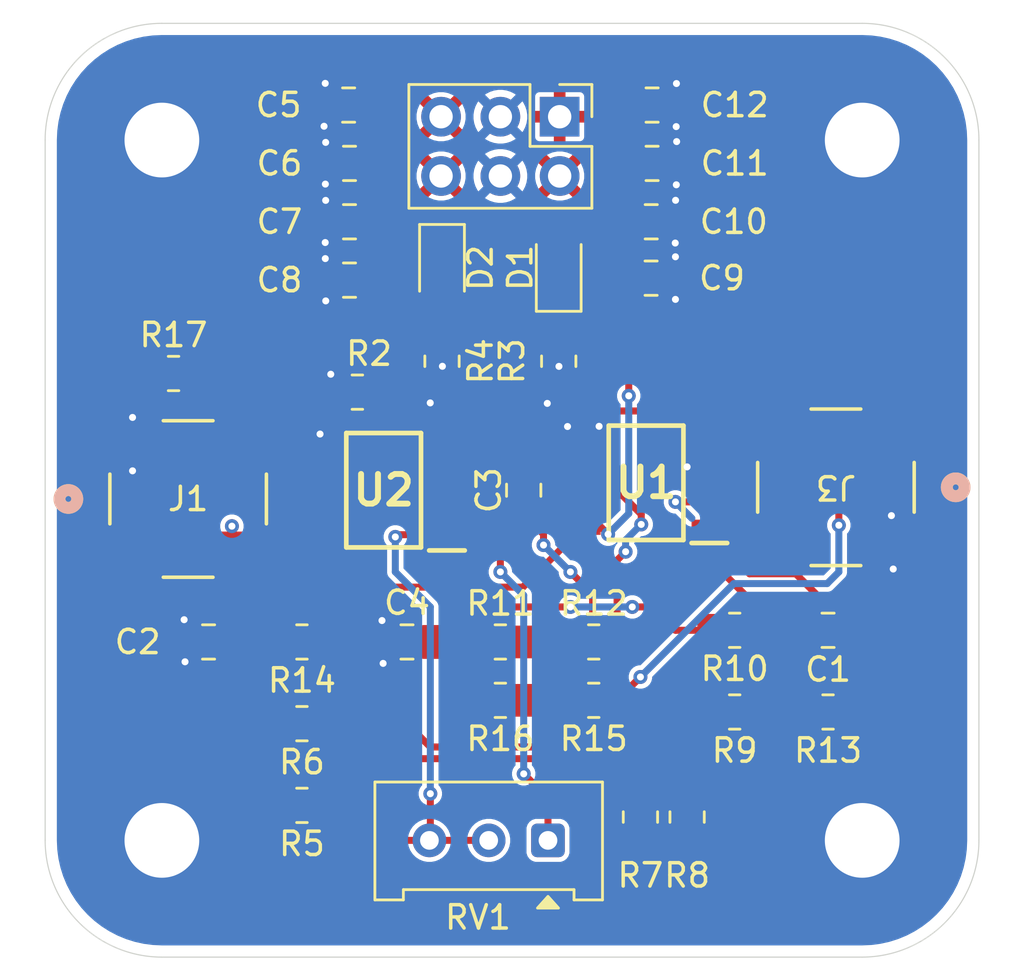
<source format=kicad_pcb>
(kicad_pcb (version 20241229) (generator "pcbnew") (generator_version "9.0")
  (layers (0 "F.Cu" signal) (2 "B.Cu" signal) (13 "F.Paste" user) (15 "B.Paste" user) (5 "F.SilkS" user "F.Silkscreen") (7 "B.SilkS" user "B.Silkscreen") (1 "F.Mask" user) (3 "B.Mask" user) (25 "Edge.Cuts" user))
  (net 0 "")
  (net 1 "Net-(U1A--)")
  (net 2 "Net-(C1-Pad2)")
  (net 3 "GND")
  (net 4 "Net-(C2-Pad2)")
  (net 5 "Net-(J3-In)")
  (net 6 "Net-(U1B--)")
  (net 7 "Net-(C4-Pad2)")
  (net 8 "-15V")
  (net 9 "+15V")
  (net 10 "Net-(D1-K)")
  (net 11 "Net-(D2-A)")
  (net 12 "Net-(J1-In)")
  (net 13 "Net-(U2A-+)")
  (net 14 "Net-(R5-Pad1)")
  (net 15 "Net-(R7-Pad2)")
  (net 16 "Net-(R10-Pad1)")
  (net 17 "Net-(R11-Pad2)")
  (net 18 "Net-(R13-Pad1)")
  (net 19 "Net-(R15-Pad2)")
  (net 20 "Net-(U2B--)")
  (net 21 "Net-(R5-Pad2)")
  (net 22 "Net-(U2A--)")
  (footprint "Capacitor_SMD:C_0805_2012Metric_Pad1.18x1.45mm_HandSolder" (layer "F.Cu") (at 146.5 84.5)
    (property "Reference" "C11" (at 3.5375 0 0) (layer "F.SilkS"))
    (property "Value" "C" (hide yes))
    (fp_line (start -0.261252 -0.735) (end 0.261252 -0.735) (stroke (width 0.12)) (layer "F.SilkS"))
    (fp_line (start -0.261252 0.735) (end 0.261252 0.735) (stroke (width 0.12)) (layer "F.SilkS"))
    (pad "1" smd roundrect (at -1.0375 0) (size 1.175 1.45) (layers "F.Cu" "F.Mask" "F.Paste") (roundrect_rratio 0.212766) (net 9 "+15V"))
    (pad "2" smd roundrect (at 1.0375 0) (size 1.175 1.45) (layers "F.Cu" "F.Mask" "F.Paste") (roundrect_rratio 0.212766) (net 3 "GND"))
  )
  (footprint "MountingHole:MountingHole_3.2mm_M3_DIN965_Pad" (layer "F.Cu") (at 155.5 83.5)
    (property "Reference" "H2" (hide yes))
    (property "Value" "MountingHole_Pad")
    (pad "1" thru_hole circle (at 0 0) (size 5.6 5.6) (drill 3.2) (layers "*.Cu" "*.Mask") (net 3 "GND"))
  )
  (footprint "Resistor_SMD:R_0805_2012Metric_Pad1.20x1.40mm_HandSolder" (layer "F.Cu") (at 146 112.5 -90)
    (property "Reference" "R7" (at 2.5 0 180) (layer "F.SilkS"))
    (property "Value" "1.1k")
    (fp_line (start -0.227064 0.735) (end 0.227064 0.735) (stroke (width 0.12)) (layer "F.SilkS"))
    (fp_line (start -0.227064 -0.735) (end 0.227064 -0.735) (stroke (width 0.12)) (layer "F.SilkS"))
    (pad "1" smd roundrect (at -1 0 270) (size 1.2 1.4) (layers "F.Cu" "F.Mask" "F.Paste") (roundrect_rratio 0.208333) (net 4 "Net-(C2-Pad2)"))
    (pad "2" smd roundrect (at 1 0 270) (size 1.2 1.4) (layers "F.Cu" "F.Mask" "F.Paste") (roundrect_rratio 0.208333) (net 15 "Net-(R7-Pad2)"))
  )
  (footprint "LED_SMD:LED_0805_2012Metric_Pad1.15x1.40mm_HandSolder" (layer "F.Cu") (at 137.5 88.975 -90)
    (property "Reference" "D2" (at 0 -1.65 90) (layer "F.SilkS"))
    (property "Value" "LED")
    (fp_line (start -1.86 0.96) (end 1 0.96) (stroke (width 0.12)) (layer "F.SilkS"))
    (fp_line (start -1.86 -0.96) (end -1.86 0.96) (stroke (width 0.12)) (layer "F.SilkS"))
    (fp_line (start 1 -0.96) (end -1.86 -0.96) (stroke (width 0.12)) (layer "F.SilkS"))
    (pad "1" smd roundrect (at -1.025 0 270) (size 1.15 1.4) (layers "F.Cu" "F.Mask" "F.Paste") (roundrect_rratio 0.217391) (net 8 "-15V"))
    (pad "2" smd roundrect (at 1.025 0 270) (size 1.15 1.4) (layers "F.Cu" "F.Mask" "F.Paste") (roundrect_rratio 0.217391) (net 11 "Net-(D2-A)"))
  )
  (footprint "Capacitor_SMD:C_0805_2012Metric_Pad1.18x1.45mm_HandSolder" (layer "F.Cu") (at 133.5375 89.5 180)
    (property "Reference" "C8" (at 3 0 0) (layer "F.SilkS"))
    (property "Value" "C" (hide yes))
    (fp_line (start -0.261252 0.735) (end 0.261252 0.735) (stroke (width 0.12)) (layer "F.SilkS"))
    (fp_line (start -0.261252 -0.735) (end 0.261252 -0.735) (stroke (width 0.12)) (layer "F.SilkS"))
    (pad "1" smd roundrect (at -1.0375 0 180) (size 1.175 1.45) (layers "F.Cu" "F.Mask" "F.Paste") (roundrect_rratio 0.212766) (net 8 "-15V"))
    (pad "2" smd roundrect (at 1.0375 0 180) (size 1.175 1.45) (layers "F.Cu" "F.Mask" "F.Paste") (roundrect_rratio 0.212766) (net 3 "GND"))
  )
  (footprint "Potentiometer_THT:Potentiometer_Bourns_3386W_Horizontal" (layer "F.Cu") (at 142.04 113.5 180)
    (property "Reference" "RV1" (at 3 -3.3 0) (layer "F.SilkS"))
    (property "Value" "20k")
    (fp_line (start 7.415 2.5) (end 7.415 -2.55) (stroke (width 0.12)) (layer "F.SilkS"))
    (fp_line (start 6.195 -2.55) (end 7.415 -2.55) (stroke (width 0.12)) (layer "F.SilkS"))
    (fp_line (start 6.195 -2.55) (end 6.195 -2.11) (stroke (width 0.12)) (layer "F.SilkS"))
    (fp_line (start -1.115 -2.11) (end 6.195 -2.11) (stroke (width 0.12)) (layer "F.SilkS"))
    (fp_line (start -1.115 -2.55) (end -1.115 -2.11) (stroke (width 0.12)) (layer "F.SilkS"))
    (fp_line (start -1.115 -2.55) (end -2.335 -2.55) (stroke (width 0.12)) (layer "F.SilkS"))
    (fp_line (start -2.335 2.5) (end 7.415 2.5) (stroke (width 0.12)) (layer "F.SilkS"))
    (fp_line (start -2.335 -2.55) (end -2.335 2.5) (stroke (width 0.12)) (layer "F.SilkS"))
    (fp_poly (pts (xy 0 -2.4) (xy 0.45 -2.9) (xy -0.45 -2.9)) (stroke (width 0.12)) (fill yes) (layer "F.SilkS"))
    (pad "1" thru_hole roundrect (at 0 0 270) (size 1.44 1.44) (drill 0.8) (layers "*.Cu" "*.Mask") (roundrect_rratio 0.1736111111) (net 22 "Net-(U2A--)"))
    (pad "2" thru_hole circle (at 2.54 0 270) (size 1.44 1.44) (drill 0.8) (layers "*.Cu" "*.Mask") (net 21 "Net-(R5-Pad2)"))
    (pad "3" thru_hole circle (at 5.08 0 270) (size 1.44 1.44) (drill 0.8) (layers "*.Cu" "*.Mask") (net 21 "Net-(R5-Pad2)"))
  )
  (footprint "MountingHole:MountingHole_3.2mm_M3_DIN965_Pad" (layer "F.Cu") (at 155.5 113.5)
    (property "Reference" "H4" (hide yes))
    (property "Value" "MountingHole_Pad")
    (pad "1" thru_hole circle (at 0 0) (size 5.6 5.6) (drill 3.2) (layers "*.Cu" "*.Mask") (net 3 "GND"))
  )
  (footprint "Capacitor_SMD:C_0805_2012Metric_Pad1.18x1.45mm_HandSolder" (layer "F.Cu") (at 154.0375 104.5 180)
    (property "Reference" "C1" (at 0 -1.68 0) (layer "F.SilkS"))
    (property "Value" "6.8n" (hide yes))
    (fp_line (start -0.261252 0.735) (end 0.261252 0.735) (stroke (width 0.12)) (layer "F.SilkS"))
    (fp_line (start -0.261252 -0.735) (end 0.261252 -0.735) (stroke (width 0.12)) (layer "F.SilkS"))
    (pad "1" smd roundrect (at -1.0375 0 180) (size 1.175 1.45) (layers "F.Cu" "F.Mask" "F.Paste") (roundrect_rratio 0.212766) (net 1 "Net-(U1A--)"))
    (pad "2" smd roundrect (at 1.0375 0 180) (size 1.175 1.45) (layers "F.Cu" "F.Mask" "F.Paste") (roundrect_rratio 0.212766) (net 2 "Net-(C1-Pad2)"))
  )
  (footprint "Resistor_SMD:R_0805_2012Metric_Pad1.20x1.40mm_HandSolder" (layer "F.Cu") (at 137.5 92.975 -90)
    (property "Reference" "R4" (at 0 -1.65 90) (layer "F.SilkS"))
    (property "Value" "33k")
    (fp_line (start -0.227064 0.735) (end 0.227064 0.735) (stroke (width 0.12)) (layer "F.SilkS"))
    (fp_line (start -0.227064 -0.735) (end 0.227064 -0.735) (stroke (width 0.12)) (layer "F.SilkS"))
    (pad "1" smd roundrect (at -1 0 270) (size 1.2 1.4) (layers "F.Cu" "F.Mask" "F.Paste") (roundrect_rratio 0.208333) (net 11 "Net-(D2-A)"))
    (pad "2" smd roundrect (at 1 0 270) (size 1.2 1.4) (layers "F.Cu" "F.Mask" "F.Paste") (roundrect_rratio 0.208333) (net 3 "GND"))
  )
  (footprint "Resistor_SMD:R_0805_2012Metric_Pad1.20x1.40mm_HandSolder" (layer "F.Cu") (at 150.0375 104.5 180)
    (property "Reference" "R10" (at 0 -1.65 0) (layer "F.SilkS"))
    (property "Value" "470R")
    (fp_line (start -0.227064 0.735) (end 0.227064 0.735) (stroke (width 0.12)) (layer "F.SilkS"))
    (fp_line (start -0.227064 -0.735) (end 0.227064 -0.735) (stroke (width 0.12)) (layer "F.SilkS"))
    (pad "1" smd roundrect (at -1 0 180) (size 1.2 1.4) (layers "F.Cu" "F.Mask" "F.Paste") (roundrect_rratio 0.208333) (net 16 "Net-(R10-Pad1)"))
    (pad "2" smd roundrect (at 1 0 180) (size 1.2 1.4) (layers "F.Cu" "F.Mask" "F.Paste") (roundrect_rratio 0.208333) (net 7 "Net-(C4-Pad2)"))
  )
  (footprint "Capacitor_SMD:C_0805_2012Metric_Pad1.18x1.45mm_HandSolder" (layer "F.Cu") (at 146.5 82)
    (property "Reference" "C12" (at 3.5375 0 0) (layer "F.SilkS"))
    (property "Value" "C" (hide yes))
    (fp_line (start -0.261252 -0.735) (end 0.261252 -0.735) (stroke (width 0.12)) (layer "F.SilkS"))
    (fp_line (start -0.261252 0.735) (end 0.261252 0.735) (stroke (width 0.12)) (layer "F.SilkS"))
    (pad "1" smd roundrect (at -1.0375 0) (size 1.175 1.45) (layers "F.Cu" "F.Mask" "F.Paste") (roundrect_rratio 0.212766) (net 9 "+15V"))
    (pad "2" smd roundrect (at 1.0375 0) (size 1.175 1.45) (layers "F.Cu" "F.Mask" "F.Paste") (roundrect_rratio 0.212766) (net 3 "GND"))
  )
  (footprint "Resistor_SMD:R_0805_2012Metric_Pad1.20x1.40mm_HandSolder" (layer "F.Cu") (at 154.0375 108 180)
    (property "Reference" "R13" (at 0 -1.65 0) (layer "F.SilkS"))
    (property "Value" "39R")
    (fp_line (start -0.227064 0.735) (end 0.227064 0.735) (stroke (width 0.12)) (layer "F.SilkS"))
    (fp_line (start -0.227064 -0.735) (end 0.227064 -0.735) (stroke (width 0.12)) (layer "F.SilkS"))
    (pad "1" smd roundrect (at -1 0 180) (size 1.2 1.4) (layers "F.Cu" "F.Mask" "F.Paste") (roundrect_rratio 0.208333) (net 18 "Net-(R13-Pad1)"))
    (pad "2" smd roundrect (at 1 0 180) (size 1.2 1.4) (layers "F.Cu" "F.Mask" "F.Paste") (roundrect_rratio 0.208333) (net 2 "Net-(C1-Pad2)"))
  )
  (footprint "Resistor_SMD:R_0805_2012Metric_Pad1.20x1.40mm_HandSolder" (layer "F.Cu") (at 133.874698 94.29881)
    (property "Reference" "R2" (at 0.5 -1.65 0) (layer "F.SilkS"))
    (property "Value" "10k")
    (fp_line (start -0.227064 -0.735) (end 0.227064 -0.735) (stroke (width 0.12)) (layer "F.SilkS"))
    (fp_line (start -0.227064 0.735) (end 0.227064 0.735) (stroke (width 0.12)) (layer "F.SilkS"))
    (pad "1" smd roundrect (at -1 0) (size 1.2 1.4) (layers "F.Cu" "F.Mask" "F.Paste") (roundrect_rratio 0.208333) (net 3 "GND"))
    (pad "2" smd roundrect (at 1 0) (size 1.2 1.4) (layers "F.Cu" "F.Mask" "F.Paste") (roundrect_rratio 0.208333) (net 13 "Net-(U2A-+)"))
  )
  (footprint "Capacitor_SMD:C_0805_2012Metric_Pad1.18x1.45mm_HandSolder" (layer "F.Cu") (at 133.5375 84.5 180)
    (property "Reference" "C6" (at 3 0 0) (layer "F.SilkS"))
    (property "Value" "0.1u" (hide yes))
    (fp_line (start -0.261252 0.735) (end 0.261252 0.735) (stroke (width 0.12)) (layer "F.SilkS"))
    (fp_line (start -0.261252 -0.735) (end 0.261252 -0.735) (stroke (width 0.12)) (layer "F.SilkS"))
    (pad "1" smd roundrect (at -1.0375 0 180) (size 1.175 1.45) (layers "F.Cu" "F.Mask" "F.Paste") (roundrect_rratio 0.212766) (net 8 "-15V"))
    (pad "2" smd roundrect (at 1.0375 0 180) (size 1.175 1.45) (layers "F.Cu" "F.Mask" "F.Paste") (roundrect_rratio 0.212766) (net 3 "GND"))
  )
  (footprint "Resistor_SMD:R_0805_2012Metric_Pad1.20x1.40mm_HandSolder" (layer "F.Cu") (at 131.5 108.5 180)
    (property "Reference" "R6" (at 0 -1.65 0) (layer "F.SilkS"))
    (property "Value" "2.7k")
    (fp_line (start -0.227064 0.735) (end 0.227064 0.735) (stroke (width 0.12)) (layer "F.SilkS"))
    (fp_line (start -0.227064 -0.735) (end 0.227064 -0.735) (stroke (width 0.12)) (layer "F.SilkS"))
    (pad "1" smd roundrect (at -1 0 180) (size 1.2 1.4) (layers "F.Cu" "F.Mask" "F.Paste") (roundrect_rratio 0.208333) (net 14 "Net-(R5-Pad1)"))
    (pad "2" smd roundrect (at 1 0 180) (size 1.2 1.4) (layers "F.Cu" "F.Mask" "F.Paste") (roundrect_rratio 0.208333) (net 4 "Net-(C2-Pad2)"))
  )
  (footprint "Capacitor_SMD:C_0805_2012Metric_Pad1.18x1.45mm_HandSolder" (layer "F.Cu") (at 146.4625 87)
    (property "Reference" "C10" (at 3.5375 0 0) (layer "F.SilkS"))
    (property "Value" "0.1u" (hide yes))
    (fp_line (start -0.261252 -0.735) (end 0.261252 -0.735) (stroke (width 0.12)) (layer "F.SilkS"))
    (fp_line (start -0.261252 0.735) (end 0.261252 0.735) (stroke (width 0.12)) (layer "F.SilkS"))
    (pad "1" smd roundrect (at -1.0375 0) (size 1.175 1.45) (layers "F.Cu" "F.Mask" "F.Paste") (roundrect_rratio 0.212766) (net 9 "+15V"))
    (pad "2" smd roundrect (at 1.0375 0) (size 1.175 1.45) (layers "F.Cu" "F.Mask" "F.Paste") (roundrect_rratio 0.212766) (net 3 "GND"))
  )
  (footprint "Capacitor_SMD:C_0805_2012Metric_Pad1.18x1.45mm_HandSolder" (layer "F.Cu") (at 141 98.5 -90)
    (property "Reference" "C3" (at 0 1.5 90) (layer "F.SilkS"))
    (property "Value" "39n" (hide yes))
    (fp_line (start -0.261252 0.735) (end 0.261252 0.735) (stroke (width 0.12)) (layer "F.SilkS"))
    (fp_line (start -0.261252 -0.735) (end 0.261252 -0.735) (stroke (width 0.12)) (layer "F.SilkS"))
    (pad "1" smd roundrect (at -1.0375 0 270) (size 1.175 1.45) (layers "F.Cu" "F.Mask" "F.Paste") (roundrect_rratio 0.212766) (net 6 "Net-(U1B--)"))
    (pad "2" smd roundrect (at 1.0375 0 270) (size 1.175 1.45) (layers "F.Cu" "F.Mask" "F.Paste") (roundrect_rratio 0.212766) (net 5 "Net-(J3-In)"))
  )
  (footprint "Capacitor_SMD:C_0805_2012Metric_Pad1.18x1.45mm_HandSolder" (layer "F.Cu") (at 146.456849 89.415769)
    (property "Reference" "C9" (at 3.0375 0 0) (layer "F.SilkS"))
    (property "Value" "49u" (hide yes))
    (fp_line (start -0.261252 -0.735) (end 0.261252 -0.735) (stroke (width 0.12)) (layer "F.SilkS"))
    (fp_line (start -0.261252 0.735) (end 0.261252 0.735) (stroke (width 0.12)) (layer "F.SilkS"))
    (pad "1" smd roundrect (at -1.0375 0) (size 1.175 1.45) (layers "F.Cu" "F.Mask" "F.Paste") (roundrect_rratio 0.212766) (net 9 "+15V"))
    (pad "2" smd roundrect (at 1.0375 0) (size 1.175 1.45) (layers "F.Cu" "F.Mask" "F.Paste") (roundrect_rratio 0.212766) (net 3 "GND"))
  )
  (footprint "MountingHole:MountingHole_3.2mm_M3_DIN965_Pad" (layer "F.Cu") (at 125.5 83.5)
    (property "Reference" "H1" (hide yes))
    (property "Value" "MountingHole_Pad")
    (pad "1" thru_hole circle (at 0 0) (size 5.6 5.6) (drill 3.2) (layers "*.Cu" "*.Mask") (net 3 "GND"))
  )
  (footprint "Connector_PinHeader_2.54mm:PinHeader_2x03_P2.54mm_Vertical" (layer "F.Cu") (at 142.54 82.5 -90)
    (property "Reference" "J5" (hide yes))
    (property "Value" "Power")
    (fp_line (start -1.38 6.46) (end 3.92 6.46) (stroke (width 0.12)) (layer "F.SilkS"))
    (fp_line (start -1.38 1.27) (end -1.38 6.46) (stroke (width 0.12)) (layer "F.SilkS"))
    (fp_line (start -1.38 1.27) (end 1.27 1.27) (stroke (width 0.12)) (layer "F.SilkS"))
    (fp_line (start 1.27 1.27) (end 1.27 -1.38) (stroke (width 0.12)) (layer "F.SilkS"))
    (fp_line (start -1.38 0) (end -1.38 -1.38) (stroke (width 0.12)) (layer "F.SilkS"))
    (fp_line (start -1.38 -1.38) (end 0 -1.38) (stroke (width 0.12)) (layer "F.SilkS"))
    (fp_line (start 1.27 -1.38) (end 3.92 -1.38) (stroke (width 0.12)) (layer "F.SilkS"))
    (fp_line (start 3.92 -1.38) (end 3.92 6.46) (stroke (width 0.12)) (layer "F.SilkS"))
    (pad "1" thru_hole rect (at 0 0 270) (size 1.7 1.7) (drill 1) (layers "*.Cu" "*.Mask") (net 9 "+15V"))
    (pad "2" thru_hole circle (at 2.54 0 270) (size 1.7 1.7) (drill 1) (layers "*.Cu" "*.Mask") (net 9 "+15V"))
    (pad "3" thru_hole circle (at 0 2.54 270) (size 1.7 1.7) (drill 1) (layers "*.Cu" "*.Mask") (net 3 "GND"))
    (pad "4" thru_hole circle (at 2.54 2.54 270) (size 1.7 1.7) (drill 1) (layers "*.Cu" "*.Mask") (net 3 "GND"))
    (pad "5" thru_hole circle (at 0 5.08 270) (size 1.7 1.7) (drill 1) (layers "*.Cu" "*.Mask") (net 8 "-15V"))
    (pad "6" thru_hole circle (at 2.54 5.08 270) (size 1.7 1.7) (drill 1) (layers "*.Cu" "*.Mask") (net 8 "-15V"))
  )
  (footprint "Resistor_SMD:R_0805_2012Metric_Pad1.20x1.40mm_HandSolder" (layer "F.Cu") (at 148 112.5 90)
    (property "Reference" "R8" (at -2.5 0 180) (layer "F.SilkS"))
    (property "Value" "300R")
    (fp_line (start -0.227064 -0.735) (end 0.227064 -0.735) (stroke (width 0.12)) (layer "F.SilkS"))
    (fp_line (start -0.227064 0.735) (end 0.227064 0.735) (stroke (width 0.12)) (layer "F.SilkS"))
    (pad "1" smd roundrect (at -1 0 90) (size 1.2 1.4) (layers "F.Cu" "F.Mask" "F.Paste") (roundrect_rratio 0.208333) (net 15 "Net-(R7-Pad2)"))
    (pad "2" smd roundrect (at 1 0 90) (size 1.2 1.4) (layers "F.Cu" "F.Mask" "F.Paste") (roundrect_rratio 0.208333) (net 1 "Net-(U1A--)"))
  )
  (footprint "ADA4522-1ARZ:SOIC127P600X175-8N" (layer "F.Cu") (at 146.241994 98.182118 180)
    (property "Reference" "U1" (at 0 0 0) (layer "F.SilkS") (effects (font (size 1.27 1.27) (thickness 0.254))))
    (property "Value" "ADA4622-2xCP" (hide yes))
    (fp_line (start 1.6 2.45) (end -1.6 2.45) (stroke (width 0.2)) (layer "F.SilkS"))
    (fp_line (start 1.6 -2.45) (end 1.6 2.45) (stroke (width 0.2)) (layer "F.SilkS"))
    (fp_line (start -1.6 2.45) (end -1.6 -2.45) (stroke (width 0.2)) (layer "F.SilkS"))
    (fp_line (start -1.6 -2.45) (end 1.6 -2.45) (stroke (width 0.2)) (layer "F.SilkS"))
    (fp_line (start -3.475 -2.58) (end -1.95 -2.58) (stroke (width 0.2)) (layer "F.SilkS"))
    (pad "1" smd rect (at -2.712 -1.905 270) (size 0.65 1.525) (layers "F.Cu" "F.Mask" "F.Paste") (net 2 "Net-(C1-Pad2)"))
    (pad "2" smd rect (at -2.712 -0.635 270) (size 0.65 1.525) (layers "F.Cu" "F.Mask" "F.Paste") (net 1 "Net-(U1A--)"))
    (pad "3" smd rect (at -2.712 0.635 270) (size 0.65 1.525) (layers "F.Cu" "F.Mask" "F.Paste") (net 3 "GND"))
    (pad "4" smd rect (at -2.712 1.905 270) (size 0.65 1.525) (layers "F.Cu" "F.Mask" "F.Paste") (net 8 "-15V"))
    (pad "5" smd rect (at 2.712 1.905 270) (size 0.65 1.525) (layers "F.Cu" "F.Mask" "F.Paste") (net 3 "GND"))
    (pad "6" smd rect (at 2.712 0.635 270) (size 0.65 1.525) (layers "F.Cu" "F.Mask" "F.Paste") (net 6 "Net-(U1B--)"))
    (pad "7" smd rect (at 2.712 -0.635 270) (size 0.65 1.525) (layers "F.Cu" "F.Mask" "F.Paste") (net 5 "Net-(J3-In)"))
    (pad "8" smd rect (at 2.712 -1.905 270) (size 0.65 1.525) (layers "F.Cu" "F.Mask" "F.Paste") (net 9 "+15V"))
  )
  (footprint "Resistor_SMD:R_0805_2012Metric_Pad1.20x1.40mm_HandSolder" (layer "F.Cu") (at 131.5 105 180)
    (property "Reference" "R14" (at 0 -1.65 0) (layer "F.SilkS"))
    (property "Value" "2.7k")
    (fp_line (start -0.227064 0.735) (end 0.227064 0.735) (stroke (width 0.12)) (layer "F.SilkS"))
    (fp_line (start -0.227064 -0.735) (end 0.227064 -0.735) (stroke (width 0.12)) (layer "F.SilkS"))
    (pad "1" smd roundrect (at -1 0 180) (size 1.2 1.4) (layers "F.Cu" "F.Mask" "F.Paste") (roundrect_rratio 0.208333) (net 18 "Net-(R13-Pad1)"))
    (pad "2" smd roundrect (at 1 0 180) (size 1.2 1.4) (layers "F.Cu" "F.Mask" "F.Paste") (roundrect_rratio 0.208333) (net 4 "Net-(C2-Pad2)"))
  )
  (footprint "MountingHole:MountingHole_3.2mm_M3_DIN965_Pad" (layer "F.Cu") (at 125.5 113.5)
    (property "Reference" "H3" (hide yes))
    (property "Value" "MountingHole_Pad")
    (pad "1" thru_hole circle (at 0 0) (size 5.6 5.6) (drill 3.2) (layers "*.Cu" "*.Mask") (net 3 "GND"))
  )
  (footprint "Resistor_SMD:R_0805_2012Metric_Pad1.20x1.40mm_HandSolder" (layer "F.Cu") (at 131.5 112 180)
    (property "Reference" "R5" (at 0 -1.65 0) (layer "F.SilkS"))
    (property "Value" "39R")
    (fp_line (start -0.227064 0.735) (end 0.227064 0.735) (stroke (width 0.12)) (layer "F.SilkS"))
    (fp_line (start -0.227064 -0.735) (end 0.227064 -0.735) (stroke (width 0.12)) (layer "F.SilkS"))
    (pad "1" smd roundrect (at -1 0 180) (size 1.2 1.4) (layers "F.Cu" "F.Mask" "F.Paste") (roundrect_rratio 0.208333) (net 14 "Net-(R5-Pad1)"))
    (pad "2" smd roundrect (at 1 0 180) (size 1.2 1.4) (layers "F.Cu" "F.Mask" "F.Paste") (roundrect_rratio 0.208333) (net 21 "Net-(R5-Pad2)"))
  )
  (footprint "Resistor_SMD:R_0805_2012Metric_Pad1.20x1.40mm_HandSolder" (layer "F.Cu") (at 126 93.5)
    (property "Reference" "R17" (at 0 -1.65 0) (layer "F.SilkS"))
    (property "Value" "10k")
    (fp_line (start -0.227064 -0.735) (end 0.227064 -0.735) (stroke (width 0.12)) (layer "F.SilkS"))
    (fp_line (start -0.227064 0.735) (end 0.227064 0.735) (stroke (width 0.12)) (layer "F.SilkS"))
    (pad "1" smd roundrect (at -1 0) (size 1.2 1.4) (layers "F.Cu" "F.Mask" "F.Paste") (roundrect_rratio 0.208333) (net 12 "Net-(J1-In)"))
    (pad "2" smd roundrect (at 1 0) (size 1.2 1.4) (layers "F.Cu" "F.Mask" "F.Paste") (roundrect_rratio 0.208333) (net 22 "Net-(U2A--)"))
  )
  (footprint "Capacitor_SMD:C_0805_2012Metric_Pad1.18x1.45mm_HandSolder" (layer "F.Cu") (at 127.5 105)
    (property "Reference" "C2" (at -3.0375 0 0) (layer "F.SilkS"))
    (property "Value" "100n" (hide yes))
    (fp_line (start -0.261252 -0.735) (end 0.261252 -0.735) (stroke (width 0.12)) (layer "F.SilkS"))
    (fp_line (start -0.261252 0.735) (end 0.261252 0.735) (stroke (width 0.12)) (layer "F.SilkS"))
    (pad "1" smd roundrect (at -1.0375 0) (size 1.175 1.45) (layers "F.Cu" "F.Mask" "F.Paste") (roundrect_rratio 0.212766) (net 3 "GND"))
    (pad "2" smd roundrect (at 1.0375 0) (size 1.175 1.45) (layers "F.Cu" "F.Mask" "F.Paste") (roundrect_rratio 0.212766) (net 4 "Net-(C2-Pad2)"))
  )
  (footprint "Capacitor_SMD:C_0805_2012Metric_Pad1.18x1.45mm_HandSolder" (layer "F.Cu") (at 136 105)
    (property "Reference" "C4" (at 0 -1.68 0) (layer "F.SilkS"))
    (property "Value" "100n" (hide yes))
    (fp_line (start -0.261252 -0.735) (end 0.261252 -0.735) (stroke (width 0.12)) (layer "F.SilkS"))
    (fp_line (start -0.261252 0.735) (end 0.261252 0.735) (stroke (width 0.12)) (layer "F.SilkS"))
    (pad "1" smd roundrect (at -1.0375 0) (size 1.175 1.45) (layers "F.Cu" "F.Mask" "F.Paste") (roundrect_rratio 0.212766) (net 3 "GND"))
    (pad "2" smd roundrect (at 1.0375 0) (size 1.175 1.45) (layers "F.Cu" "F.Mask" "F.Paste") (roundrect_rratio 0.212766) (net 7 "Net-(C4-Pad2)"))
  )
  (footprint "Resistor_SMD:R_0805_2012Metric_Pad1.20x1.40mm_HandSolder" (layer "F.Cu") (at 142.5 92.975 -90)
    (property "Reference" "R3" (at 0 2 90) (layer "F.SilkS"))
    (property "Value" "33k")
    (fp_line (start -0.227064 0.735) (end 0.227064 0.735) (stroke (width 0.12)) (layer "F.SilkS"))
    (fp_line (start -0.227064 -0.735) (end 0.227064 -0.735) (stroke (width 0.12)) (layer "F.SilkS"))
    (pad "1" smd roundrect (at -1 0 270) (size 1.2 1.4) (layers "F.Cu" "F.Mask" "F.Paste") (roundrect_rratio 0.208333) (net 10 "Net-(D1-K)"))
    (pad "2" smd roundrect (at 1 0 270) (size 1.2 1.4) (layers "F.Cu" "F.Mask" "F.Paste") (roundrect_rratio 0.208333) (net 3 "GND"))
  )
  (footprint "ADA4522-1ARZ:SOIC127P600X175-8N" (layer "F.Cu") (at 135 98.5 180)
    (property "Reference" "U2" (at 0 0 0) (layer "F.SilkS") (effects (font (size 1.27 1.27) (thickness 0.254))))
    (property "Value" "ADA4622-2xCP" (hide yes))
    (fp_line (start 1.6 2.45) (end -1.6 2.45) (stroke (width 0.2)) (layer "F.SilkS"))
    (fp_line (start 1.6 -2.45) (end 1.6 2.45) (stroke (width 0.2)) (layer "F.SilkS"))
    (fp_line (start -1.6 2.45) (end -1.6 -2.45) (stroke (width 0.2)) (layer "F.SilkS"))
    (fp_line (start -1.6 -2.45) (end 1.6 -2.45) (stroke (width 0.2)) (layer "F.SilkS"))
    (fp_line (start -3.475 -2.58) (end -1.95 -2.58) (stroke (width 0.2)) (layer "F.SilkS"))
    (pad "1" smd rect (at -2.712 -1.905 270) (size 0.65 1.525) (layers "F.Cu" "F.Mask" "F.Paste") (net 21 "Net-(R5-Pad2)"))
    (pad "2" smd rect (at -2.712 -0.635 270) (size 0.65 1.525) (layers "F.Cu" "F.Mask" "F.Paste") (net 22 "Net-(U2A--)"))
    (pad "3" smd rect (at -2.712 0.635 270) (size 0.65 1.525) (layers "F.Cu" "F.Mask" "F.Paste") (net 13 "Net-(U2A-+)"))
    (pad "4" smd rect (at -2.712 1.905 270) (size 0.65 1.525) (layers "F.Cu" "F.Mask" "F.Paste") (net 8 "-15V"))
    (pad "5" smd rect (at 2.712 1.905 270) (size 0.65 1.525) (layers "F.Cu" "F.Mask" "F.Paste") (net 3 "GND"))
    (pad "6" smd rect (at 2.712 0.635 270) (size 0.65 1.525) (layers "F.Cu" "F.Mask" "F.Paste") (net 20 "Net-(U2B--)"))
    (pad "7" smd rect (at 2.712 -0.635 270) (size 0.65 1.525) (layers "F.Cu" "F.Mask" "F.Paste") (net 20 "Net-(U2B--)"))
    (pad "8" smd rect (at 2.712 -1.905 270) (size 0.65 1.525) (layers "F.Cu" "F.Mask" "F.Paste") (net 9 "+15V"))
  )
  (footprint "Capacitor_SMD:C_0805_2012Metric_Pad1.18x1.45mm_HandSolder" (layer "F.Cu") (at 133.5375 87 180)
    (property "Reference" "C7" (at 3 0 0) (layer "F.SilkS"))
    (property "Value" "C" (hide yes))
    (fp_line (start -0.261252 0.735) (end 0.261252 0.735) (stroke (width 0.12)) (layer "F.SilkS"))
    (fp_line (start -0.261252 -0.735) (end 0.261252 -0.735) (stroke (width 0.12)) (layer "F.SilkS"))
    (pad "1" smd roundrect (at -1.0375 0 180) (size 1.175 1.45) (layers "F.Cu" "F.Mask" "F.Paste") (roundrect_rratio 0.212766) (net 8 "-15V"))
    (pad "2" smd roundrect (at 1.0375 0 180) (size 1.175 1.45) (layers "F.Cu" "F.Mask" "F.Paste") (roundrect_rratio 0.212766) (net 3 "GND"))
  )
  (footprint "LED_SMD:LED_0805_2012Metric_Pad1.15x1.40mm_HandSolder" (layer "F.Cu") (at 142.5 88.975 90)
    (property "Reference" "D1" (at 0 -1.65 90) (layer "F.SilkS"))
    (property "Value" "LED")
    (fp_line (start 1 -0.96) (end -1.86 -0.96) (stroke (width 0.12)) (layer "F.SilkS"))
    (fp_line (start -1.86 -0.96) (end -1.86 0.96) (stroke (width 0.12)) (layer "F.SilkS"))
    (fp_line (start -1.86 0.96) (end 1 0.96) (stroke (width 0.12)) (layer "F.SilkS"))
    (pad "1" smd roundrect (at -1.025 0 90) (size 1.15 1.4) (layers "F.Cu" "F.Mask" "F.Paste") (roundrect_rratio 0.217391) (net 10 "Net-(D1-K)"))
    (pad "2" smd roundrect (at 1.025 0 90) (size 1.15 1.4) (layers "F.Cu" "F.Mask" "F.Paste") (roundrect_rratio 0.217391) (net 9 "+15V"))
  )
  (footprint "Resistor_SMD:R_0805_2012Metric_Pad1.20x1.40mm_HandSolder" (layer "F.Cu") (at 144 107.5 180)
    (property "Reference" "R15" (at 0 -1.65 0) (layer "F.SilkS"))
    (property "Value" "680R")
    (fp_line (start -0.227064 0.735) (end 0.227064 0.735) (stroke (width 0.12)) (layer "F.SilkS"))
    (fp_line (start -0.227064 -0.735) (end 0.227064 -0.735) (stroke (width 0.12)) (layer "F.SilkS"))
    (pad "1" smd roundrect (at -1 0 180) (size 1.2 1.4) (layers "F.Cu" "F.Mask" "F.Paste") (roundrect_rratio 0.208333) (net 5 "Net-(J3-In)"))
    (pad "2" smd roundrect (at 1 0 180) (size 1.2 1.4) (layers "F.Cu" "F.Mask" "F.Paste") (roundrect_rratio 0.208333) (net 19 "Net-(R15-Pad2)"))
  )
  (footprint "Resistor_SMD:R_0805_2012Metric_Pad1.20x1.40mm_HandSolder" (layer "F.Cu") (at 140 107.5 180)
    (property "Reference" "R16" (at 0 -1.65 0) (layer "F.SilkS"))
    (property "Value" "470R")
    (fp_line (start -0.227064 0.735) (end 0.227064 0.735) (stroke (width 0.12)) (layer "F.SilkS"))
    (fp_line (start -0.227064 -0.735) (end 0.227064 -0.735) (stroke (width 0.12)) (layer "F.SilkS"))
    (pad "1" smd roundrect (at -1 0 180) (size 1.2 1.4) (layers "F.Cu" "F.Mask" "F.Paste") (roundrect_rratio 0.208333) (net 19 "Net-(R15-Pad2)"))
    (pad "2" smd roundrect (at 1 0 180) (size 1.2 1.4) (layers "F.Cu" "F.Mask" "F.Paste") (roundrect_rratio 0.208333) (net 7 "Net-(C4-Pad2)"))
  )
  (footprint "CONN SMA JACK STR 50 OHM SMD:CONN_732511350_MOL" (layer "F.Cu") (at 154.3749 98.3749 180)
    (property "Reference" "J3" (at 0 0 180) (layer "F.SilkS"))
    (property "Value" "Conn_Coaxial")
    (fp_line (start 3.3528 1.06426) (end 3.3528 -1.06426) (stroke (width 0.1524)) (layer "F.SilkS"))
    (fp_line (start 1.06426 -3.3528) (end -1.06426 -3.3528) (stroke (width 0.1524)) (layer "F.SilkS"))
    (fp_line (start -1.06426 3.3528) (end 1.06426 3.3528) (stroke (width 0.1524)) (layer "F.SilkS"))
    (fp_line (start -3.3528 -1.06426) (end -3.3528 1.06426) (stroke (width 0.1524)) (layer "F.SilkS"))
    (fp_circle (center -5.1308 0) (end -4.7498 0) (stroke (width 0.508)) (fill no) (layer "F.SilkS"))
    (fp_circle (center -5.1308 0) (end -4.7498 0) (stroke (width 0.508)) (fill no) (layer "B.SilkS"))
    (pad "1" smd rect (at 0 0 180) (size 1.5748 1.5748) (layers "F.Cu" "F.Mask" "F.Paste") (net 5 "Net-(J3-In)"))
    (pad "2" smd rect (at -2.3749 -2.3749 270) (size 1.9558 1.9558) (layers "F.Cu" "F.Mask" "F.Paste") (net 3 "GND"))
    (pad "3" smd rect (at 2.3749 -2.3749 270) (size 1.9558 1.9558) (layers "F.Cu" "F.Mask" "F.Paste"))
    (pad "4" smd rect (at -2.3749 2.3749 270) (size 1.9558 1.9558) (layers "F.Cu" "F.Mask" "F.Paste"))
    (pad "5" smd rect (at 2.3749 2.3749 270) (size 1.9558 1.9558) (layers "F.Cu" "F.Mask" "F.Paste"))
  )
  (footprint "Resistor_SMD:R_0805_2012Metric_Pad1.20x1.40mm_HandSolder" (layer "F.Cu") (at 144 105)
    (property "Reference" "R12" (at 0 -1.65 0) (layer "F.SilkS"))
    (property "Value" "2R")
    (fp_line (start -0.227064 -0.735) (end 0.227064 -0.735) (stroke (width 0.12)) (layer "F.SilkS"))
    (fp_line (start -0.227064 0.735) (end 0.227064 0.735) (stroke (width 0.12)) (layer "F.SilkS"))
    (pad "1" smd roundrect (at -1 0) (size 1.2 1.4) (layers "F.Cu" "F.Mask" "F.Paste") (roundrect_rratio 0.208333) (net 17 "Net-(R11-Pad2)"))
    (pad "2" smd roundrect (at 1 0) (size 1.2 1.4) (layers "F.Cu" "F.Mask" "F.Paste") (roundrect_rratio 0.208333) (net 6 "Net-(U1B--)"))
  )
  (footprint "CONN SMA JACK STR 50 OHM SMD:CONN_732511350_MOL" (layer "F.Cu") (at 126.6251 98.8749)
    (property "Reference" "J1" (at 0 0 0) (layer "F.SilkS"))
    (property "Value" "Conn_Coaxial")
    (fp_line (start -3.3528 -1.06426) (end -3.3528 1.06426) (stroke (width 0.1524)) (layer "F.SilkS"))
    (fp_line (start -1.06426 3.3528) (end 1.06426 3.3528) (stroke (width 0.1524)) (layer "F.SilkS"))
    (fp_line (start 1.06426 -3.3528) (end -1.06426 -3.3528) (stroke (width 0.1524)) (layer "F.SilkS"))
    (fp_line (start 3.3528 1.06426) (end 3.3528 -1.06426) (stroke (width 0.1524)) (layer "F.SilkS"))
    (fp_circle (center -5.1308 0) (end -4.7498 0) (stroke (width 0.508)) (fill no) (layer "F.SilkS"))
    (fp_circle (center -5.1308 0) (end -4.7498 0) (stroke (width 0.508)) (fill no) (layer "B.SilkS"))
    (pad "1" smd rect (at 0 0) (size 1.5748 1.5748) (layers "F.Cu" "F.Mask" "F.Paste") (net 12 "Net-(J1-In)"))
    (pad "2" smd rect (at -2.3749 -2.3749 90) (size 1.9558 1.9558) (layers "F.Cu" "F.Mask" "F.Paste") (net 3 "GND"))
    (pad "3" smd rect (at 2.3749 -2.3749 90) (size 1.9558 1.9558) (layers "F.Cu" "F.Mask" "F.Paste"))
    (pad "4" smd rect (at -2.3749 2.3749 90) (size 1.9558 1.9558) (layers "F.Cu" "F.Mask" "F.Paste"))
    (pad "5" smd rect (at 2.3749 2.3749 90) (size 1.9558 1.9558) (layers "F.Cu" "F.Mask" "F.Paste"))
  )
  (footprint "Resistor_SMD:R_0805_2012Metric_Pad1.20x1.40mm_HandSolder" (layer "F.Cu") (at 150.0375 108 180)
    (property "Reference" "R9" (at 0 -1.65 0) (layer "F.SilkS"))
    (property "Value" "680R")
    (fp_line (start -0.227064 0.735) (end 0.227064 0.735) (stroke (width 0.12)) (layer "F.SilkS"))
    (fp_line (start -0.227064 -0.735) (end 0.227064 -0.735) (stroke (width 0.12)) (layer "F.SilkS"))
    (pad "1" smd roundrect (at -1 0 180) (size 1.2 1.4) (layers "F.Cu" "F.Mask" "F.Paste") (roundrect_rratio 0.208333) (net 2 "Net-(C1-Pad2)"))
    (pad "2" smd roundrect (at 1 0 180) (size 1.2 1.4) (layers "F.Cu" "F.Mask" "F.Paste") (roundrect_rratio 0.208333) (net 16 "Net-(R10-Pad1)"))
  )
  (footprint "Resistor_SMD:R_0805_2012Metric_Pad1.20x1.40mm_HandSolder" (layer "F.Cu") (at 140 105)
    (property "Reference" "R11" (at 0 -1.65 0) (layer "F.SilkS"))
    (property "Value" "560R")
    (fp_line (start -0.227064 -0.735) (end 0.227064 -0.735) (stroke (width 0.12)) (layer "F.SilkS"))
    (fp_line (start -0.227064 0.735) (end 0.227064 0.735) (stroke (width 0.12)) (layer "F.SilkS"))
    (pad "1" smd roundrect (at -1 0) (size 1.2 1.4) (layers "F.Cu" "F.Mask" "F.Paste") (roundrect_rratio 0.208333) (net 7 "Net-(C4-Pad2)"))
    (pad "2" smd roundrect (at 1 0) (size 1.2 1.4) (layers "F.Cu" "F.Mask" "F.Paste") (roundrect_rratio 0.208333) (net 17 "Net-(R11-Pad2)"))
  )
  (footprint "Capacitor_SMD:C_0805_2012Metric_Pad1.18x1.45mm_HandSolder" (layer "F.Cu") (at 133.5 82 180)
    (property "Reference" "C5" (at 3 0 0) (layer "F.SilkS"))
    (property "Value" "49u" (hide yes))
    (fp_line (start -0.261252 0.735) (end 0.261252 0.735) (stroke (width 0.12)) (layer "F.SilkS"))
    (fp_line (start -0.261252 -0.735) (end 0.261252 -0.735) (stroke (width 0.12)) (layer "F.SilkS"))
    (pad "1" smd roundrect (at -1.0375 0 180) (size 1.175 1.45) (layers "F.Cu" "F.Mask" "F.Paste") (roundrect_rratio 0.212766) (net 8 "-15V"))
    (pad "2" smd roundrect (at 1.0375 0 180) (size 1.175 1.45) (layers "F.Cu" "F.Mask" "F.Paste") (roundrect_rratio 0.212766) (net 3 "GND"))
  )
  (gr_arc (start 160.5 113.5) (mid 159.035534 117.035534) (end 155.5 118.5) (stroke (width 0.05)) (layer "Edge.Cuts"))
  (gr_line (start 125.5 78.5) (end 155.5 78.5) (stroke (width 0.05)) (layer "Edge.Cuts"))
  (gr_line (start 120.5 113.5) (end 120.5 83.5) (stroke (width 0.05)) (layer "Edge.Cuts"))
  (gr_line (start 160.5 83.5) (end 160.5 113.5) (stroke (width 0.05)) (layer "Edge.Cuts"))
  (gr_arc (start 155.5 78.5) (mid 159.035534 79.964466) (end 160.5 83.5) (stroke (width 0.05)) (layer "Edge.Cuts"))
  (gr_line (start 125.5 118.5) (end 155.5 118.5) (stroke (width 0.05)) (layer "Edge.Cuts"))
  (gr_arc (start 125.5 118.5) (mid 121.964466 117.035534) (end 120.5 113.5) (stroke (width 0.05)) (layer "Edge.Cuts"))
  (gr_arc (start 120.5 83.5) (mid 121.964466 79.964466) (end 125.5 78.5) (stroke (width 0.05)) (layer "Edge.Cuts"))
  (via (at 128.499999 100.039905) (size 0.6) (drill 0.3) (layers "F.Cu" "B.Cu") (net 0))
  (segment (start 149.5 110) (end 148 111.5) (width 0.3) (layer "F.Cu") (net 1))
  (segment (start 148.771112 99) (end 148.953994 98.817118) (width 0.3) (layer "F.Cu") (net 1))
  (segment (start 156.5 109) (end 155.5 110) (width 0.3) (layer "F.Cu") (net 1))
  (segment (start 147.5 99) (end 148.771112 99) (width 0.3) (layer "F.Cu") (net 1))
  (segment (start 150.6711 102.0787) (end 150.6711 99.6711) (width 0.3) (layer "F.Cu") (net 1))
  (segment (start 149.817118 98.817118) (end 148.953994 98.817118) (width 0.3) (layer "F.Cu") (net 1))
  (segment (start 155.5 110) (end 149.5 110) (width 0.3) (layer "F.Cu") (net 1))
  (segment (start 155.075 104.5) (end 156.5 105.925) (width 0.3) (layer "F.Cu") (net 1))
  (segment (start 156.5 105.925) (end 156.5 109) (width 0.3) (layer "F.Cu") (net 1))
  (segment (start 150.6711 99.6711) (end 149.817118 98.817118) (width 0.3) (layer "F.Cu") (net 1))
  (segment (start 155.075 104.5) (end 152.6537 102.0787) (width 0.3) (layer "F.Cu") (net 1))
  (segment (start 152.6537 102.0787) (end 150.6711 102.0787) (width 0.3) (layer "F.Cu") (net 1))
  (via (at 147.5 99) (size 0.6) (drill 0.3) (layers "F.Cu" "B.Cu") (net 1))
  (segment (start 148.204379 99.704379) (end 147.5 99) (width 0.3) (layer "B.Cu") (net 1))
  (segment (start 153 104.5) (end 153 107.9625) (width 0.3) (layer "F.Cu") (net 2))
  (segment (start 150.949 103.449) (end 148.953994 101.453994) (width 0.3) (layer "F.Cu") (net 2))
  (segment (start 153.0375 104.5375) (end 153 104.5) (width 0.3) (layer "F.Cu") (net 2))
  (segment (start 151.949 103.449) (end 153 104.5) (width 0.3) (layer "F.Cu") (net 2))
  (segment (start 151.949 103.449) (end 150.949 103.449) (width 0.3) (layer "F.Cu") (net 2))
  (segment (start 153.0375 108) (end 151.0375 108) (width 0.3) (layer "F.Cu") (net 2))
  (segment (start 148.866876 100) (end 148.953994 100.087118) (width 0.3) (layer "F.Cu") (net 2))
  (segment (start 153 107.9625) (end 153.0375 108) (width 0.3) (layer "F.Cu") (net 2))
  (segment (start 148.953994 101.453994) (end 148.953994 100.087118) (width 0.3) (layer "F.Cu") (net 2))
  (segment (start 133.337198 94.26131) (end 133.374698 94.29881) (width 0.2) (layer "F.Cu") (net 3))
  (segment (start 147.494349 89.415769) (end 147.494349 89.453269) (width 0.2) (layer "F.Cu") (net 3))
  (via (at 126.453215 104.046784) (size 0.6) (drill 0.3) (layers "F.Cu" "B.Cu") (net 3))
  (via (at 132.500682 88.57762) (size 0.6) (drill 0.3) (layers "F.Cu" "B.Cu") (net 3))
  (via (at 147.505651 86.080464) (size 0.6) (drill 0.3) (layers "F.Cu" "B.Cu") (net 3))
  (via (at 156.751812 99.588257) (size 0.6) (drill 0.3) (layers "F.Cu" "B.Cu") (net 3))
  (via (at 134.977395 105.918057) (size 0.6) (drill 0.3) (layers "F.Cu" "B.Cu") (net 3))
  (via (at 148 97.5) (size 0.6) (drill 0.3) (layers "F.Cu" "B.Cu") (net 3))
  (via (at 132.516173 83.599871) (size 0.6) (drill 0.3) (layers "F.Cu" "B.Cu") (net 3))
  (via (at 132.516173 86.083858) (size 0.6) (drill 0.3) (layers "F.Cu" "B.Cu") (net 3))
  (via (at 147.537499 85.416176) (size 0.6) (drill 0.3) (layers "F.Cu" "B.Cu") (net 3))
  (via (at 147.491523 87.911465) (size 0.6) (drill 0.3) (layers "F.Cu" "B.Cu") (net 3))
  (via (at 147.543151 81.078583) (size 0.6) (drill 0.3) (layers "F.Cu" "B.Cu") (net 3))
  (via (at 124.243336 97.669152) (size 0.6) (drill 0.3) (layers "F.Cu" "B.Cu") (net 3))
  (via (at 147.5 90.325349) (size 0.6) (drill 0.3) (layers "F.Cu" "B.Cu") (net 3))
  (via (at 156.829352 101.875675) (size 0.6) (drill 0.3) (layers "F.Cu" "B.Cu") (net 3))
  (via (at 142.50982 93.194995) (size 0.6) (drill 0.3) (layers "F.Cu" "B.Cu") (net 3))
  (via (at 144.229413 95.762648) (size 0.6) (drill 0.3) (layers "F.Cu" "B.Cu") (net 3))
  (via (at 132.4971 87.889428) (size 0.6) (drill 0.3) (layers "F.Cu" "B.Cu") (net 3))
  (via (at 132.519755 90.389547) (size 0.6) (drill 0.3) (layers "F.Cu" "B.Cu") (net 3))
  (via (at 142.877354 95.771124) (size 0.6) (drill 0.3) (layers "F.Cu" "B.Cu") (net 3))
  (via (at 147.531848 82.923712) (size 0.6) (drill 0.3) (layers "F.Cu" "B.Cu") (net 3))
  (via (at 126.491985 105.84958) (size 0.6) (drill 0.3) (layers "F.Cu" "B.Cu") (net 3))
  (via (at 136.995761 94.758974) (size 0.6) (drill 0.3) (layers "F.Cu" "B.Cu") (net 3))
  (via (at 132.446885 82.908739) (size 0.6) (drill 0.3) (layers "F.Cu" "B.Cu") (net 3))
  (via (at 132.734829 93.531789) (size 0.6) (drill 0.3) (layers "F.Cu" "B.Cu") (net 3))
  (via (at 132.275576 96.093475) (size 0.6) (drill 0.3) (layers "F.Cu" "B.Cu") (net 3))
  (via (at 147.551628 83.565396) (size 0.6) (drill 0.3) (layers "F.Cu" "B.Cu") (net 3))
  (via (at 124.243336 95.381734) (size 0.6) (drill 0.3) (layers "F.Cu" "B.Cu") (net 3))
  (via (at 132.503458 85.386368) (size 0.6) (drill 0.3) (layers "F.Cu" "B.Cu") (net 3))
  (via (at 142.00982 94.780166) (size 0.6) (drill 0.3) (layers "F.Cu" "B.Cu") (net 3))
  (via (at 147.5 88.5) (size 0.6) (drill 0.3) (layers "F.Cu" "B.Cu") (net 3))
  (via (at 134.92914 104.083171) (size 0.6) (drill 0.3) (layers "F.Cu" "B.Cu") (net 3))
  (via (at 132.497746 81.071381) (size 0.6) (drill 0.3) (layers "F.Cu" "B.Cu") (net 3))
  (via (at 137.516953 93.190756) (size 0.6) (drill 0.3) (layers "F.Cu" "B.Cu") (net 3))
  (segment (start 132 106.5) (end 130.5 105) (width 0.3) (layer "F.Cu") (net 4))
  (segment (start 130.5 105) (end 130.5 108.5) (width 0.3) (layer "F.Cu") (net 4))
  (segment (start 146 111.5) (end 144.5 110) (width 0.3) (layer "F.Cu") (net 4))
  (segment (start 144.5 110) (end 136.5 110) (width 0.3) (layer "F.Cu") (net 4))
  (segment (start 136.5 110) (end 133 106.5) (width 0.3) (layer "F.Cu") (net 4))
  (segment (start 133 106.5) (end 132 106.5) (width 0.3) (layer "F.Cu") (net 4))
  (segment (start 128.5375 105) (end 130.5 105) (width 0.3) (layer "F.Cu") (net 4))
  (segment (start 145 107.5) (end 143.951 106.451) (width 0.3) (layer "F.Cu") (net 5))
  (segment (start 143.951 106.451) (end 143.951 102.951) (width 0.3) (layer "F.Cu") (net 5))
  (segment (start 154.5 100) (end 154.5 98.5) (width 0.3) (layer "F.Cu") (net 5))
  (segment (start 154.5 98.5) (end 154.3749 98.3749) (width 0.3) (layer "F.Cu") (net 5))
  (segment (start 141.848936 100.848936) (end 141.848936 100.386436) (width 0.3) (layer "F.Cu") (net 5))
  (segment (start 143.951 102.951) (end 143 102) (width 0.3) (layer "F.Cu") (net 5))
  (segment (start 141.720382 98.817118) (end 141 99.5375) (width 0.3) (layer "F.Cu") (net 5))
  (segment (start 141.848936 100.386436) (end 141 99.5375) (width 0.3) (layer "F.Cu") (net 5))
  (segment (start 145 107.5) (end 146 106.5) (width 0.3) (layer "F.Cu") (net 5))
  (segment (start 143.529994 98.817118) (end 141.720382 98.817118) (width 0.3) (layer "F.Cu") (net 5))
  (via (at 146 106.5) (size 0.6) (drill 0.3) (layers "F.Cu" "B.Cu") (net 5))
  (via (at 141.848936 100.848936) (size 0.6) (drill 0.3) (layers "F.Cu" "B.Cu") (net 5))
  (via (at 154.5 100) (size 0.6) (drill 0.3) (layers "F.Cu" "B.Cu") (net 5))
  (via (at 143 102) (size 0.6) (drill 0.3) (layers "F.Cu" "B.Cu") (net 5))
  (segment (start 154 102.5) (end 154.5 102) (width 0.3) (layer "B.Cu") (net 5))
  (segment (start 146 106.5) (end 150 102.5) (width 0.3) (layer "B.Cu") (net 5))
  (segment (start 150 102.5) (end 154 102.5) (width 0.3) (layer "B.Cu") (net 5))
  (segment (start 154.5 102) (end 154.5 100) (width 0.3) (layer "B.Cu") (net 5))
  (segment (start 143 102) (end 141.848936 100.848936) (width 0.3) (layer "B.Cu") (net 5))
  (segment (start 145 105) (end 145 101.5) (width 0.3) (layer "F.Cu") (net 6))
  (segment (start 146.034808 99.965192) (end 146.034808 99.532432) (width 0.3) (layer "F.Cu") (net 6))
  (segment (start 145 101.5) (end 145.365568 101.134432) (width 0.3) (layer "F.Cu") (net 6))
  (segment (start 141 97.4625) (end 143.445376 97.4625) (width 0.3) (layer "F.Cu") (net 6))
  (segment (start 146.034808 99.532432) (end 144.049494 97.547118) (width 0.3) (layer "F.Cu") (net 6))
  (segment (start 143.445376 97.4625) (end 143.529994 97.547118) (width 0.3) (layer "F.Cu") (net 6))
  (segment (start 144.049494 97.547118) (end 143.529994 97.547118) (width 0.3) (layer "F.Cu") (net 6))
  (via (at 145.365568 101.134432) (size 0.6) (drill 0.3) (layers "F.Cu" "B.Cu") (net 6))
  (via (at 146.034808 99.965192) (size 0.6) (drill 0.3) (layers "F.Cu" "B.Cu") (net 6))
  (segment (start 145.365568 101.134432) (end 145.365568 100.634432) (width 0.3) (layer "B.Cu") (net 6))
  (segment (start 145.365568 100.634432) (end 146.034808 99.965192) (width 0.3) (layer "B.Cu") (net 6))
  (segment (start 139 105) (end 139 107.5) (width 0.3) (layer "F.Cu") (net 7))
  (segment (start 147.5 104.5) (end 149.0375 104.5) (width 0.3) (layer "F.Cu") (net 7))
  (segment (start 140.5 103.5) (end 143 103.5) (width 0.3) (layer "F.Cu") (net 7))
  (segment (start 145.65 103.5) (end 146.5 103.5) (width 0.3) (layer "F.Cu") (net 7))
  (segment (start 139 105) (end 140.5 103.5) (width 0.3) (layer "F.Cu") (net 7))
  (segment (start 146.5 103.5) (end 147.5 104.5) (width 0.3) (layer "F.Cu") (net 7))
  (segment (start 139 105) (end 137.0375 105) (width 0.3) (layer "F.Cu") (net 7))
  (via (at 143 103.5) (size 0.6) (drill 0.3) (layers "F.Cu" "B.Cu") (net 7))
  (via (at 145.65 103.5) (size 0.6) (drill 0.3) (layers "F.Cu" "B.Cu") (net 7))
  (segment (start 143 103.5) (end 145.65 103.5) (width 0.3) (layer "B.Cu") (net 7))
  (segment (start 135.825698 94.708698) (end 135.825698 90.750698) (width 0.3) (layer "F.Cu") (net 8))
  (segment (start 148.953994 96.277118) (end 147.782196 95.10532) (width 0.3) (layer "F.Cu") (net 8))
  (segment (start 141.18664 96.524) (end 137.783 96.524) (width 0.3) (layer "F.Cu") (net 8))
  (segment (start 147.782196 95.10532) (end 142.60532 95.10532) (width 0.3) (layer "F.Cu") (net 8))
  (segment (start 137.783 96.524) (end 137.712 96.595) (width 0.3) (layer "F.Cu") (net 8))
  (segment (start 142.60532 95.10532) (end 141.18664 96.524) (width 0.3) (layer "F.Cu") (net 8))
  (segment (start 135.825698 90.750698) (end 134.575 89.5) (width 0.3) (layer "F.Cu") (net 8))
  (segment (start 137.712 96.595) (end 135.825698 94.708698) (width 0.3) (layer "F.Cu") (net 8))
  (segment (start 132.288 100.405) (end 134.534 102.651) (width 0.3) (layer "F.Cu") (net 9))
  (segment (start 145.419349 93.419349) (end 145.419349 89.415769) (width 0.3) (layer "F.Cu") (net 9))
  (segment (start 145.419349 89.415769) (end 145.419349 89.878269) (width 0.2) (layer "F.Cu") (net 9))
  (segment (start 145.5 94.45532) (end 145.5 93.5) (width 0.3) (layer "F.Cu") (net 9))
  (segment (start 143.529994 100.087118) (end 144.318254 100.087118) (width 0.3) (layer "F.Cu") (net 9))
  (segment (start 145.419349 89.878269) (end 145.416849 89.880769) (width 0.2) (layer "F.Cu") (net 9))
  (segment (start 145.419349 89.415769) (end 145.494349 89.415769) (width 0.2) (layer "F.Cu") (net 9))
  (segment (start 145.5 93.5) (end 145.419349 93.419349) (width 0.3) (layer "F.Cu") (net 9))
  (segment (start 144.318254 100.087118) (end 144.615568 100.384432) (width 0.3) (layer "F.Cu") (net 9))
  (segment (start 134.534 102.651) (end 140.966112 102.651) (width 0.3) (layer "F.Cu") (net 9))
  (segment (start 140.966112 102.651) (end 143.529994 100.087118) (width 0.3) (layer "F.Cu") (net 9))
  (via (at 144.615568 100.384432) (size 0.6) (drill 0.3) (layers "F.Cu" "B.Cu") (net 9))
  (via (at 145.5 94.45532) (size 0.6) (drill 0.3) (layers "F.Cu" "B.Cu") (net 9))
  (segment (start 144.615568 100.384432) (end 145.5 99.5) (width 0.3) (layer "B.Cu") (net 9))
  (segment (start 145.5 99.5) (end 145.5 94.45532) (width 0.3) (layer "B.Cu") (net 9))
  (segment (start 142.5 90) (end 142.5 91.975) (width 0.3) (layer "F.Cu") (net 10))
  (segment (start 137.5 90) (end 137.5 91.975) (width 0.3) (layer "F.Cu") (net 11))
  (segment (start 125 94.5) (end 126.6251 96.1251) (width 0.3) (layer "F.Cu") (net 12))
  (segment (start 125 93.5) (end 125 94.5) (width 0.3) (layer "F.Cu") (net 12))
  (segment (start 126.6251 96.1251) (end 126.6251 98.8749) (width 0.3) (layer "F.Cu") (net 12))
  (segment (start 134.874698 95.465198) (end 134.874698 94.29881) (width 0.2) (layer "F.Cu") (net 13))
  (segment (start 137.2745 97.865) (end 134.874698 95.465198) (width 0.2) (layer "F.Cu") (net 13))
  (segment (start 137.712 97.865) (end 137.2745 97.865) (width 0.2) (layer "F.Cu") (net 13))
  (segment (start 132.5 108.5) (end 132.5 112) (width 0.3) (layer "F.Cu") (net 14))
  (segment (start 146 113.5) (end 148 113.5) (width 0.3) (layer "F.Cu") (net 15))
  (segment (start 151.0375 106) (end 149.0375 108) (width 0.3) (layer "F.Cu") (net 16))
  (segment (start 151.0375 104.5) (end 151.0375 106) (width 0.3) (layer "F.Cu") (net 16))
  (segment (start 141 105) (end 143 105) (width 0.3) (layer "F.Cu") (net 17))
  (segment (start 153.5385 109.499) (end 136.999 109.499) (width 0.3) (layer "F.Cu") (net 18))
  (segment (start 136.999 109.499) (end 132.5 105) (width 0.3) (layer "F.Cu") (net 18))
  (segment (start 155.0375 108) (end 153.5385 109.499) (width 0.3) (layer "F.Cu") (net 18))
  (segment (start 141 107.5) (end 143 107.5) (width 0.3) (layer "F.Cu") (net 19))
  (segment (start 132.288 99.135) (end 132.288 97.865) (width 0.3) (layer "F.Cu") (net 20))
  (segment (start 137 111.5) (end 137 113.46) (width 0.3) (layer "F.Cu") (net 21))
  (segment (start 132 113.5) (end 136.96 113.5) (width 0.3) (layer "F.Cu") (net 21))
  (segment (start 137 113.46) (end 136.96 113.5) (width 0.3) (layer "F.Cu") (net 21))
  (segment (start 130.5 112) (end 132 113.5) (width 0.3) (layer "F.Cu") (net 21))
  (segment (start 136.96 113.5) (end 139.5 113.5) (width 0.3) (layer "F.Cu") (net 21))
  (segment (start 137.712 100.405) (end 135.595 100.405) (width 0.3) (layer "F.Cu") (net 21))
  (segment (start 135.595 100.405) (end 135.5 100.5) (width 0.3) (layer "F.Cu") (net 21))
  (via (at 135.5 100.5) (size 0.6) (drill 0.3) (layers "F.Cu" "B.Cu") (net 21))
  (via (at 137 111.5) (size 0.6) (drill 0.3) (layers "F.Cu" "B.Cu") (net 21))
  (segment (start 137 103.5) (end 137 111.5) (width 0.3) (layer "B.Cu") (net 21))
  (segment (start 135.5 102) (end 137 103.5) (width 0.3) (layer "B.Cu") (net 21))
  (segment (start 135.5 100.5) (end 135.5 102) (width 0.3) (layer "B.Cu") (net 21))
  (segment (start 133.48931 95.34981) (end 130.3289 95.34981) (width 0.3) (layer "F.Cu") (net 22))
  (segment (start 137.712 99.135) (end 137.2745 99.135) (width 0.3) (layer "F.Cu") (net 22))
  (segment (start 137.2745 99.135) (end 133.48931 95.34981) (width 0.3) (layer "F.Cu") (net 22))
  (segment (start 140 100.9855) (end 138.1495 99.135) (width 0.3) (layer "F.Cu") (net 22))
  (segment (start 142.04 111.69) (end 141 110.65) (width 0.3) (layer "F.Cu") (net 22))
  (segment (start 142.04 113.5) (end 142.04 111.69) (width 0.3) (layer "F.Cu") (net 22))
  (segment (start 130.3289 95.34981) (end 128.47909 93.5) (width 0.3) (layer "F.Cu") (net 22))
  (segment (start 138.1495 99.135) (end 137.712 99.135) (width 0.3) (layer "F.Cu") (net 22))
  (segment (start 140 102) (end 140 100.9855) (width 0.3) (layer "F.Cu") (net 22))
  (segment (start 137.712 99.135) (end 137.21098 99.135) (width 0.3) (layer "F.Cu") (net 22))
  (segment (start 128.47909 93.5) (end 127 93.5) (width 0.3) (layer "F.Cu") (net 22))
  (via (at 141 110.65) (size 0.6) (drill 0.3) (layers "F.Cu" "B.Cu") (net 22))
  (via (at 140 102) (size 0.6) (drill 0.3) (layers "F.Cu" "B.Cu") (net 22))
  (segment (start 141 103) (end 140 102) (width 0.3) (layer "B.Cu") (net 22))
  (segment (start 141 110.65) (end 141 103) (width 0.3) (layer "B.Cu") (net 22))
  (zone (net 9) (net_name "+15V") (layer "F.Cu") (connect_pads (clearance 0.05)) (min_thickness 0.05) (fill yes (thermal_gap 0.3) (thermal_bridge_width 0.5))
    (polygon (pts (xy 141.2507 80.5) (xy 146.603687 80.5) (xy 146.559296 90.787417) (xy 144.691612 90.787417) (xy 143.5 89) (xy 141.2507 87.5)))
  )
  (zone (net 8) (net_name "-15V") (layer "F.Cu") (connect_pads (clearance 0.05)) (min_thickness 0.05) (fill yes (thermal_gap 0.3) (thermal_bridge_width 0.5))
    (polygon (pts (xy 138.735725 80.5) (xy 133.36794 80.5) (xy 133.503627 90.828009) (xy 135.18035 90.781385) (xy 136.36794 89) (xy 138.735725 87.5)))
  )
  (zone (net 3) (net_name "GND") (layer "B.Cu") (priority 1) (connect_pads (clearance 0.05)) (min_thickness 0.05) (fill yes (thermal_gap 0.3) (thermal_bridge_width 0.4))
    (polygon (pts (xy 119.5 77.5) (xy 161.5 77.5) (xy 161.5 119.5) (xy 119.5 119.5)))
  )
)
</source>
